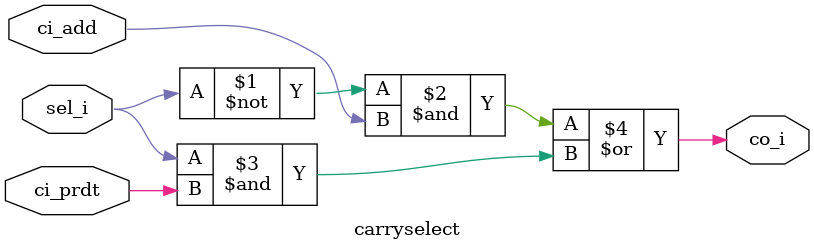
<source format=v>
`timescale 1ns / 1ps
module carryselect(co_i,ci_add,ci_prdt,sel_i
    );
output co_i;
input ci_add,ci_prdt,sel_i;

assign co_i=((~sel_i&ci_add)|(sel_i&ci_prdt));

endmodule

</source>
